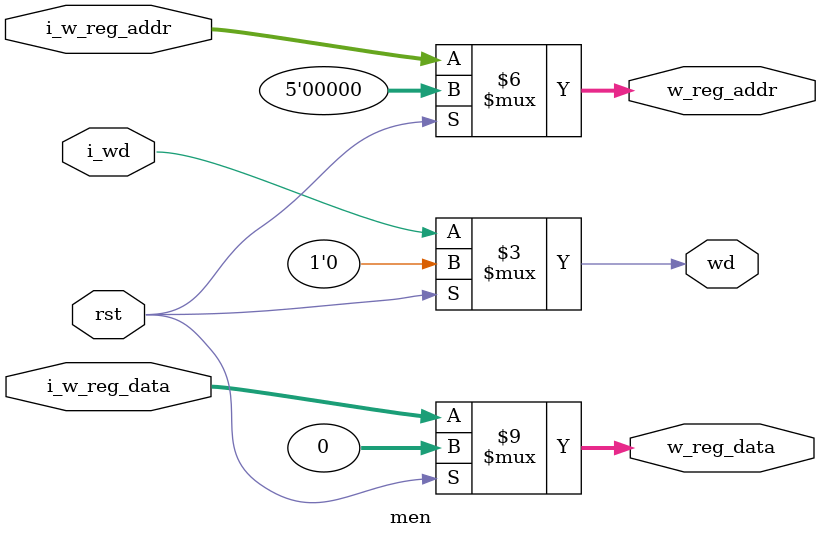
<source format=v>

module men (
    input      wire        rst,

//Óëex_menÏàÁ¬
    input       wire[31:0]  i_w_reg_data,
    input       wire[4:0]   i_w_reg_addr,
    input       wire        i_wd,

    output      reg[31:0]   w_reg_data,
    output      reg[4:0]    w_reg_addr,
    output      reg         wd

);

always @ (*) begin
    if(rst) begin
        w_reg_data      <=      32'h0;
        w_reg_addr      <=      5'h0;
        wd              <=      1'b0;
    
    end
    else begin
       w_reg_data       <=      i_w_reg_data;
       w_reg_addr       <=      i_w_reg_addr;
       wd               <=      i_wd;
   
   end

end     
endmodule
</source>
